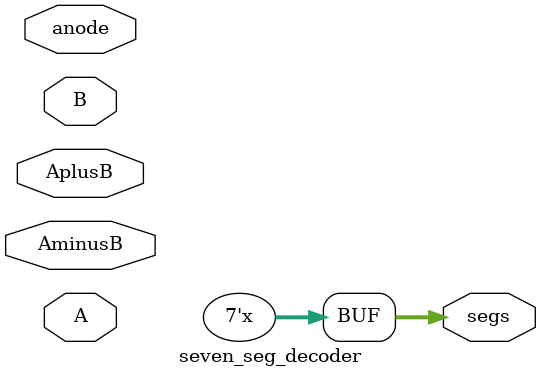
<source format=v>
module seven_seg_decoder(
    input [3:0] A,
    input [3:0] B,
    input [3:0] AplusB,
    input [3:0] AminusB,
    input [3:0] anode,
    output reg [6:0] segs
);
    // Selseg
    reg [3:0] selected_sig;
    
    // Decoder, provided free of charge!
    always @(*) begin
        // Case for figuring out what the selected segment is
        case(anode)
            4'b1110: selected_sig <= A;
            4'b1101: selected_sig <= B;
            4'b1011: selected_sig <= AplusB; // State C
            4'b0111: selected_sig <= AminusB; // State D
        endcase
        // Case for selected_seg
        case(selected_sig)
            //            GFEDCBA
            0: segs  = 7'b1000000;        
            1: segs  = 7'b1111001;        
            2: segs  = 7'b0100100;        
            3: segs  = 7'b0110000;        
            4: segs  = 7'b0011001;        
            5: segs  = 7'b0010010;        
            6: segs  = 7'b0000010;        
            7: segs  = 7'b1111000;        
            8: segs  = 7'b0000000;
            9: segs  = 7'b0010000;        
            10: segs = 7'b0001000;        
            11: segs = 7'b0000011;        
            12: segs = 7'b1000110;        
            13: segs = 7'b0100001;        
            14: segs = 7'b0000110;        
            15: segs = 7'b0001110;       
        endcase
    end

endmodule
</source>
